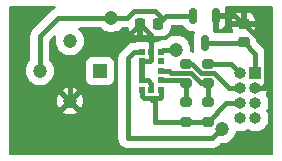
<source format=gbr>
%TF.GenerationSoftware,KiCad,Pcbnew,7.0.2*%
%TF.CreationDate,2023-05-15T11:36:50+02:00*%
%TF.ProjectId,PCB_Ewine,5043425f-4577-4696-9e65-2e6b69636164,rev?*%
%TF.SameCoordinates,Original*%
%TF.FileFunction,Copper,L1,Top*%
%TF.FilePolarity,Positive*%
%FSLAX46Y46*%
G04 Gerber Fmt 4.6, Leading zero omitted, Abs format (unit mm)*
G04 Created by KiCad (PCBNEW 7.0.2) date 2023-05-15 11:36:50*
%MOMM*%
%LPD*%
G01*
G04 APERTURE LIST*
G04 Aperture macros list*
%AMRoundRect*
0 Rectangle with rounded corners*
0 $1 Rounding radius*
0 $2 $3 $4 $5 $6 $7 $8 $9 X,Y pos of 4 corners*
0 Add a 4 corners polygon primitive as box body*
4,1,4,$2,$3,$4,$5,$6,$7,$8,$9,$2,$3,0*
0 Add four circle primitives for the rounded corners*
1,1,$1+$1,$2,$3*
1,1,$1+$1,$4,$5*
1,1,$1+$1,$6,$7*
1,1,$1+$1,$8,$9*
0 Add four rect primitives between the rounded corners*
20,1,$1+$1,$2,$3,$4,$5,0*
20,1,$1+$1,$4,$5,$6,$7,0*
20,1,$1+$1,$6,$7,$8,$9,0*
20,1,$1+$1,$8,$9,$2,$3,0*%
G04 Aperture macros list end*
%TA.AperFunction,SMDPad,CuDef*%
%ADD10RoundRect,0.200000X0.275000X-0.200000X0.275000X0.200000X-0.275000X0.200000X-0.275000X-0.200000X0*%
%TD*%
%TA.AperFunction,SMDPad,CuDef*%
%ADD11RoundRect,0.225000X0.250000X-0.225000X0.250000X0.225000X-0.250000X0.225000X-0.250000X-0.225000X0*%
%TD*%
%TA.AperFunction,SMDPad,CuDef*%
%ADD12RoundRect,0.200000X-0.275000X0.200000X-0.275000X-0.200000X0.275000X-0.200000X0.275000X0.200000X0*%
%TD*%
%TA.AperFunction,ComponentPad*%
%ADD13R,1.198000X1.198000*%
%TD*%
%TA.AperFunction,ComponentPad*%
%ADD14C,1.198000*%
%TD*%
%TA.AperFunction,SMDPad,CuDef*%
%ADD15RoundRect,0.150000X-0.150000X0.512500X-0.150000X-0.512500X0.150000X-0.512500X0.150000X0.512500X0*%
%TD*%
%TA.AperFunction,SMDPad,CuDef*%
%ADD16RoundRect,0.225000X0.225000X0.250000X-0.225000X0.250000X-0.225000X-0.250000X0.225000X-0.250000X0*%
%TD*%
%TA.AperFunction,ComponentPad*%
%ADD17R,1.000000X1.000000*%
%TD*%
%TA.AperFunction,ComponentPad*%
%ADD18O,1.000000X1.000000*%
%TD*%
%TA.AperFunction,SMDPad,CuDef*%
%ADD19R,0.508000X0.508000*%
%TD*%
%TA.AperFunction,ViaPad*%
%ADD20C,1.200000*%
%TD*%
%TA.AperFunction,Conductor*%
%ADD21C,0.400000*%
%TD*%
G04 APERTURE END LIST*
D10*
%TO.P,R8,1*%
%TO.N,/SDA_VL*%
X146660000Y-47460000D03*
%TO.P,R8,2*%
%TO.N,/SDA*%
X146660000Y-45810000D03*
%TD*%
D11*
%TO.P,C4,1*%
%TO.N,/5V*%
X149700000Y-43975000D03*
%TO.P,C4,2*%
%TO.N,/GND*%
X149700000Y-42425000D03*
%TD*%
D12*
%TO.P,R5,1*%
%TO.N,/SCL_VL*%
X144800000Y-49060000D03*
%TO.P,R5,2*%
%TO.N,/3.3V*%
X144800000Y-50710000D03*
%TD*%
D13*
%TO.P,M1,1,SCL/VZ*%
%TO.N,/SCL*%
X137540000Y-46400000D03*
D14*
%TO.P,M1,2,SDA/PWM*%
%TO.N,/SDA*%
X135000000Y-43860000D03*
%TO.P,M1,3,VDD*%
%TO.N,/3.6V*%
X132460000Y-46400000D03*
%TO.P,M1,4,VSS*%
%TO.N,/GND*%
X135000000Y-48940000D03*
%TD*%
D15*
%TO.P,U2,1,GND*%
%TO.N,/GND*%
X147350000Y-41725000D03*
%TO.P,U2,2,VO*%
%TO.N,/3.6V*%
X145450000Y-41725000D03*
%TO.P,U2,3,VI*%
%TO.N,/5V*%
X146400000Y-44000000D03*
%TD*%
D10*
%TO.P,R7,1*%
%TO.N,/SCL_VL*%
X144790000Y-47435000D03*
%TO.P,R7,2*%
%TO.N,/SCL*%
X144790000Y-45785000D03*
%TD*%
D12*
%TO.P,R6,1*%
%TO.N,/SDA_VL*%
X146660000Y-49060000D03*
%TO.P,R6,2*%
%TO.N,/3.3V*%
X146660000Y-50710000D03*
%TD*%
D16*
%TO.P,C1,1*%
%TO.N,/3.6V*%
X142475000Y-42400000D03*
%TO.P,C1,2*%
%TO.N,/GND*%
X140925000Y-42400000D03*
%TD*%
D17*
%TO.P,J1,1,Pin_1*%
%TO.N,/5V*%
X150700000Y-46600000D03*
D18*
%TO.P,J1,2,Pin_2*%
%TO.N,/SDA*%
X149430000Y-46600000D03*
%TO.P,J1,3,Pin_3*%
%TO.N,/GND*%
X150700000Y-47870000D03*
%TO.P,J1,4,Pin_4*%
%TO.N,/SCL*%
X149430000Y-47870000D03*
%TO.P,J1,5,Pin_5*%
%TO.N,unconnected-(J1-Pin_5-Pad5)*%
X150700000Y-49140000D03*
%TO.P,J1,6,Pin_6*%
%TO.N,/3.3V*%
X149430000Y-49140000D03*
%TO.P,J1,7,Pin_7*%
%TO.N,/GPIO_IRQ*%
X150700000Y-50410000D03*
%TO.P,J1,8,Pin_8*%
%TO.N,/XSHUT*%
X149430000Y-50410000D03*
%TD*%
D19*
%TO.P,U1,1,AVDDVCSEL*%
%TO.N,/3.3V*%
X141100027Y-47999999D03*
%TO.P,U1,2,AVSSVCSEL*%
%TO.N,/GND*%
X141100027Y-47200001D03*
%TO.P,U1,3,GND*%
X141100027Y-46400000D03*
%TO.P,U1,4,GND2*%
X141100027Y-45599999D03*
%TO.P,U1,5,XSHUT*%
%TO.N,/XSHUT*%
X141100027Y-44800001D03*
%TO.P,U1,6,GND3*%
%TO.N,/GND*%
X141900000Y-44800054D03*
%TO.P,U1,7,GPIO1*%
%TO.N,/GPIO_IRQ*%
X142699973Y-44800001D03*
%TO.P,U1,8,DNC*%
%TO.N,unconnected-(U1-DNC-Pad8)*%
X142699973Y-45599999D03*
%TO.P,U1,9,SDA*%
%TO.N,/SDA_VL*%
X142699973Y-46400000D03*
%TO.P,U1,10,SCL*%
%TO.N,/SCL_VL*%
X142699973Y-47200001D03*
%TO.P,U1,11,AVDD*%
%TO.N,/3.3V*%
X142699973Y-47999999D03*
%TO.P,U1,12,GND4*%
%TO.N,/GND*%
X141900000Y-47999946D03*
%TD*%
D20*
%TO.N,/3.6V*%
X138500000Y-41900000D03*
%TO.N,/XSHUT*%
X147855060Y-51300500D03*
%TO.N,/GPIO_IRQ*%
X144000000Y-44600000D03*
%TD*%
D21*
%TO.N,/SCL*%
X149430000Y-47870000D02*
X148443528Y-47870000D01*
X146136472Y-46610000D02*
X145311472Y-45785000D01*
X148443528Y-47870000D02*
X147183528Y-46610000D01*
X145311472Y-45785000D02*
X144790000Y-45785000D01*
X147183528Y-46610000D02*
X146136472Y-46610000D01*
%TO.N,/SDA*%
X146660000Y-45810000D02*
X148640000Y-45810000D01*
X148640000Y-45810000D02*
X149430000Y-46600000D01*
%TO.N,/3.6V*%
X142875000Y-42000000D02*
X142175000Y-41300000D01*
X142875000Y-42000000D02*
X142475000Y-42400000D01*
X142175000Y-41300000D02*
X140400000Y-41300000D01*
X145450000Y-41725000D02*
X143150000Y-41725000D01*
X134000000Y-41900000D02*
X132460000Y-43440000D01*
X140400000Y-41300000D02*
X139800000Y-41900000D01*
X143150000Y-41725000D02*
X142875000Y-42000000D01*
X138500000Y-41900000D02*
X134000000Y-41900000D01*
X132460000Y-43440000D02*
X132460000Y-46400000D01*
X139800000Y-41900000D02*
X138500000Y-41900000D01*
%TO.N,/GND*%
X141900000Y-45454054D02*
X141754055Y-45599999D01*
X141608029Y-47200001D02*
X141900000Y-47491972D01*
X141100027Y-47200001D02*
X141608029Y-47200001D01*
X141900000Y-44800054D02*
X141900000Y-45454054D01*
X151600000Y-44325000D02*
X149700000Y-42425000D01*
X141754055Y-45599999D02*
X141100027Y-45599999D01*
X151600000Y-47500000D02*
X151600000Y-44325000D01*
X150700000Y-47870000D02*
X151230000Y-47870000D01*
X141900000Y-43375000D02*
X141900000Y-44800054D01*
X140925000Y-42400000D02*
X141900000Y-43375000D01*
X136700000Y-44600000D02*
X135000000Y-46300000D01*
X135000000Y-46300000D02*
X135000000Y-48940000D01*
X141900000Y-47491972D02*
X141900000Y-47999946D01*
X149000000Y-41725000D02*
X149700000Y-42425000D01*
X151230000Y-47870000D02*
X151600000Y-47500000D01*
X138725000Y-44600000D02*
X136700000Y-44600000D01*
X147350000Y-41725000D02*
X149000000Y-41725000D01*
X140925000Y-42400000D02*
X138725000Y-44600000D01*
%TO.N,/3.3V*%
X146660000Y-50710000D02*
X148230000Y-49140000D01*
X142646054Y-48653946D02*
X142699973Y-48600027D01*
X142210000Y-49063946D02*
X141800000Y-48653946D01*
X144800000Y-50710000D02*
X142210000Y-50710000D01*
X141246000Y-48653946D02*
X141800000Y-48653946D01*
X141100027Y-47999999D02*
X141100027Y-48507973D01*
X148230000Y-49140000D02*
X149430000Y-49140000D01*
X141100027Y-48507973D02*
X141246000Y-48653946D01*
X142210000Y-50710000D02*
X142210000Y-49063946D01*
X144800000Y-50710000D02*
X146660000Y-50710000D01*
X141800000Y-48653946D02*
X142646054Y-48653946D01*
X142699973Y-48600027D02*
X142699973Y-47999999D01*
%TO.N,/XSHUT*%
X139900000Y-52100000D02*
X139900000Y-45346028D01*
X139900000Y-45346028D02*
X140446027Y-44800001D01*
X147855060Y-51300500D02*
X147055560Y-52100000D01*
X140446027Y-44800001D02*
X141100027Y-44800001D01*
X147055560Y-52100000D02*
X139900000Y-52100000D01*
%TO.N,/GPIO_IRQ*%
X144000000Y-44600000D02*
X142899974Y-44600000D01*
X142899974Y-44600000D02*
X142699973Y-44800001D01*
%TO.N,/SDA_VL*%
X146660000Y-49060000D02*
X146660000Y-47460000D01*
X146660000Y-47460000D02*
X146138528Y-47460000D01*
X143553974Y-46600001D02*
X143353973Y-46400000D01*
X143353973Y-46400000D02*
X142699973Y-46400000D01*
X146138528Y-47460000D02*
X145278529Y-46600001D01*
X145278529Y-46600001D02*
X143553974Y-46600001D01*
%TO.N,/SCL_VL*%
X144790000Y-47435000D02*
X144555001Y-47200001D01*
X144800000Y-47445000D02*
X144790000Y-47435000D01*
X144800000Y-49060000D02*
X144800000Y-47445000D01*
X144555001Y-47200001D02*
X142699973Y-47200001D01*
%TO.N,/5V*%
X146400000Y-44000000D02*
X149675000Y-44000000D01*
X149700000Y-43975000D02*
X150700000Y-44975000D01*
X150700000Y-44975000D02*
X150700000Y-46600000D01*
X149675000Y-44000000D02*
X149700000Y-43975000D01*
%TD*%
%TA.AperFunction,Conductor*%
%TO.N,/GND*%
G36*
X133746598Y-40920502D02*
G01*
X133793091Y-40974158D01*
X133803195Y-41044432D01*
X133773701Y-41109012D01*
X133733142Y-41140024D01*
X133699545Y-41156202D01*
X133686498Y-41161606D01*
X133650478Y-41174210D01*
X133618162Y-41194515D01*
X133605801Y-41201347D01*
X133571412Y-41217908D01*
X133541573Y-41241703D01*
X133530057Y-41249874D01*
X133497740Y-41270182D01*
X133497738Y-41270183D01*
X133497738Y-41270184D01*
X133465748Y-41302174D01*
X133170922Y-41597000D01*
X131940018Y-42827902D01*
X131940014Y-42827908D01*
X131830183Y-42937738D01*
X131809876Y-42970056D01*
X131801704Y-42981573D01*
X131777907Y-43011415D01*
X131761344Y-43045805D01*
X131754515Y-43058162D01*
X131734210Y-43090478D01*
X131721605Y-43126500D01*
X131716201Y-43139547D01*
X131699638Y-43173941D01*
X131691146Y-43211147D01*
X131687237Y-43224718D01*
X131674631Y-43260747D01*
X131670358Y-43298664D01*
X131667993Y-43312585D01*
X131659500Y-43349803D01*
X131659500Y-45450997D01*
X131639498Y-45519118D01*
X131618387Y-45544111D01*
X131569760Y-45588440D01*
X131435796Y-45765836D01*
X131336707Y-45964835D01*
X131275872Y-46178645D01*
X131255361Y-46400000D01*
X131275872Y-46621354D01*
X131336707Y-46835164D01*
X131435796Y-47034163D01*
X131500895Y-47120367D01*
X131569761Y-47211560D01*
X131734043Y-47361323D01*
X131923046Y-47478349D01*
X132130335Y-47558653D01*
X132348850Y-47599500D01*
X132348852Y-47599500D01*
X132571148Y-47599500D01*
X132571150Y-47599500D01*
X132789665Y-47558653D01*
X132996954Y-47478349D01*
X133185957Y-47361323D01*
X133350239Y-47211560D01*
X133484137Y-47034251D01*
X136340500Y-47034251D01*
X136340501Y-47038360D01*
X136341038Y-47042444D01*
X136341039Y-47042449D01*
X136355955Y-47155760D01*
X136416464Y-47301843D01*
X136512717Y-47427282D01*
X136638157Y-47523535D01*
X136638158Y-47523535D01*
X136638159Y-47523536D01*
X136784238Y-47584044D01*
X136901639Y-47599500D01*
X138178360Y-47599499D01*
X138295762Y-47584044D01*
X138441841Y-47523536D01*
X138441841Y-47523535D01*
X138441843Y-47523535D01*
X138567282Y-47427282D01*
X138663535Y-47301842D01*
X138663534Y-47301842D01*
X138663536Y-47301841D01*
X138724044Y-47155762D01*
X138739500Y-47038361D01*
X138739499Y-45761640D01*
X138724044Y-45644238D01*
X138667045Y-45506631D01*
X138663535Y-45498156D01*
X138567282Y-45372717D01*
X138441842Y-45276464D01*
X138295761Y-45215955D01*
X138182448Y-45201038D01*
X138182447Y-45201037D01*
X138178361Y-45200500D01*
X138174239Y-45200500D01*
X136905763Y-45200500D01*
X136905747Y-45200500D01*
X136901640Y-45200501D01*
X136897556Y-45201038D01*
X136897550Y-45201039D01*
X136784239Y-45215955D01*
X136638156Y-45276464D01*
X136512717Y-45372717D01*
X136416464Y-45498157D01*
X136355955Y-45644238D01*
X136341038Y-45757550D01*
X136340500Y-45761639D01*
X136340500Y-45765759D01*
X136340500Y-45765760D01*
X136340500Y-47034236D01*
X136340500Y-47034251D01*
X133484137Y-47034251D01*
X133484205Y-47034161D01*
X133583292Y-46835166D01*
X133644128Y-46621352D01*
X133664639Y-46400000D01*
X133644128Y-46178648D01*
X133583292Y-45964834D01*
X133484205Y-45765839D01*
X133484145Y-45765760D01*
X133350239Y-45588440D01*
X133301613Y-45544111D01*
X133264748Y-45483437D01*
X133260500Y-45450997D01*
X133260500Y-43823767D01*
X133280502Y-43755646D01*
X133297400Y-43734677D01*
X133640815Y-43391262D01*
X133703125Y-43357238D01*
X133773940Y-43362303D01*
X133830776Y-43404850D01*
X133855587Y-43471370D01*
X133851098Y-43514840D01*
X133816084Y-43637903D01*
X133815872Y-43638648D01*
X133798397Y-43827237D01*
X133795361Y-43860000D01*
X133815872Y-44081354D01*
X133876707Y-44295164D01*
X133975796Y-44494163D01*
X134015252Y-44546410D01*
X134109761Y-44671560D01*
X134274043Y-44821323D01*
X134400550Y-44899653D01*
X134429278Y-44917441D01*
X134463046Y-44938349D01*
X134670335Y-45018653D01*
X134888850Y-45059500D01*
X134888852Y-45059500D01*
X135111148Y-45059500D01*
X135111150Y-45059500D01*
X135329665Y-45018653D01*
X135536954Y-44938349D01*
X135725957Y-44821323D01*
X135890239Y-44671560D01*
X136024205Y-44494161D01*
X136123292Y-44295166D01*
X136184128Y-44081352D01*
X136204639Y-43860000D01*
X136184128Y-43638648D01*
X136123292Y-43424834D01*
X136024205Y-43225839D01*
X136023358Y-43224718D01*
X135890240Y-43048441D01*
X135890239Y-43048440D01*
X135748922Y-42919613D01*
X135712058Y-42858941D01*
X135713847Y-42787967D01*
X135753723Y-42729227D01*
X135819027Y-42701370D01*
X135833810Y-42700500D01*
X137547333Y-42700500D01*
X137615454Y-42720502D01*
X137632214Y-42733381D01*
X137773438Y-42862124D01*
X137773440Y-42862125D01*
X137773441Y-42862126D01*
X137962594Y-42979245D01*
X137962598Y-42979246D01*
X137962599Y-42979247D01*
X138170060Y-43059618D01*
X138388757Y-43100500D01*
X138388759Y-43100500D01*
X138611241Y-43100500D01*
X138611243Y-43100500D01*
X138829940Y-43059618D01*
X139037401Y-42979247D01*
X139037402Y-42979245D01*
X139037405Y-42979245D01*
X139133710Y-42919615D01*
X139226562Y-42862124D01*
X139367782Y-42733384D01*
X139431598Y-42702274D01*
X139452667Y-42700500D01*
X139853553Y-42700500D01*
X139921674Y-42720502D01*
X139968167Y-42774158D01*
X139973157Y-42786867D01*
X140031152Y-42961884D01*
X140121111Y-43107731D01*
X140242268Y-43228888D01*
X140388114Y-43318847D01*
X140550761Y-43372743D01*
X140647971Y-43382674D01*
X140654361Y-43383000D01*
X140671000Y-43383000D01*
X140671000Y-42272000D01*
X140691002Y-42203879D01*
X140744658Y-42157386D01*
X140797000Y-42146000D01*
X141053000Y-42146000D01*
X141121121Y-42166002D01*
X141167614Y-42219658D01*
X141179000Y-42272000D01*
X141179000Y-43383000D01*
X141195639Y-43383000D01*
X141202028Y-43382674D01*
X141299238Y-43372743D01*
X141461888Y-43318846D01*
X141557358Y-43259959D01*
X141625837Y-43241221D01*
X141693576Y-43262480D01*
X141702426Y-43268978D01*
X141802790Y-43349653D01*
X141963651Y-43429433D01*
X142137900Y-43472766D01*
X142178216Y-43475500D01*
X142180361Y-43475500D01*
X142769639Y-43475500D01*
X142771784Y-43475500D01*
X142812100Y-43472766D01*
X142986349Y-43429433D01*
X143147210Y-43349653D01*
X143287159Y-43237159D01*
X143399653Y-43097210D01*
X143479433Y-42936349D01*
X143522766Y-42762100D01*
X143525500Y-42721784D01*
X143525500Y-42651499D01*
X143545502Y-42583379D01*
X143599158Y-42536886D01*
X143651500Y-42525500D01*
X144525536Y-42525500D01*
X144593657Y-42545502D01*
X144632775Y-42585351D01*
X144707288Y-42706156D01*
X144831344Y-42830212D01*
X144976819Y-42919941D01*
X144980668Y-42922315D01*
X145147199Y-42977498D01*
X145147200Y-42977498D01*
X145147203Y-42977499D01*
X145249991Y-42988000D01*
X145450556Y-42987999D01*
X145518676Y-43008001D01*
X145565169Y-43061656D01*
X145575274Y-43131930D01*
X145567490Y-43153415D01*
X145569818Y-43154187D01*
X145510001Y-43334699D01*
X145500793Y-43424834D01*
X145499500Y-43437491D01*
X145499500Y-43440695D01*
X145499500Y-43440696D01*
X145499500Y-44559300D01*
X145499500Y-44559319D01*
X145499501Y-44562508D01*
X145499825Y-44565686D01*
X145499826Y-44565693D01*
X145510001Y-44665299D01*
X145514630Y-44679267D01*
X145517069Y-44750221D01*
X145480761Y-44811231D01*
X145417231Y-44842926D01*
X145353410Y-44837827D01*
X145317359Y-44825212D01*
X145281868Y-44812793D01*
X145224176Y-44771414D01*
X145198014Y-44705413D01*
X145198022Y-44682237D01*
X145198298Y-44679267D01*
X145205643Y-44600000D01*
X145185115Y-44378464D01*
X145124229Y-44164472D01*
X145025058Y-43965311D01*
X144890981Y-43787764D01*
X144726562Y-43637876D01*
X144726559Y-43637874D01*
X144726558Y-43637873D01*
X144537405Y-43520754D01*
X144329940Y-43440382D01*
X144314475Y-43437491D01*
X144111243Y-43399500D01*
X143888757Y-43399500D01*
X143753234Y-43424834D01*
X143670059Y-43440382D01*
X143462594Y-43520754D01*
X143273441Y-43637873D01*
X143272594Y-43638645D01*
X143132217Y-43766615D01*
X143068402Y-43797726D01*
X143047333Y-43799500D01*
X142809778Y-43799500D01*
X142772559Y-43807993D01*
X142758638Y-43810358D01*
X142720721Y-43814631D01*
X142684692Y-43827237D01*
X142671121Y-43831146D01*
X142633915Y-43839638D01*
X142599521Y-43856201D01*
X142586474Y-43861605D01*
X142550452Y-43874210D01*
X142518136Y-43894515D01*
X142505779Y-43901344D01*
X142471386Y-43917908D01*
X142470000Y-43919014D01*
X142464046Y-43921443D01*
X142458602Y-43924066D01*
X142458440Y-43923731D01*
X142404612Y-43945699D01*
X142406613Y-43945502D01*
X142404376Y-43945796D01*
X142404374Y-43945796D01*
X142403647Y-43945892D01*
X142403628Y-43945894D01*
X142289212Y-43960956D01*
X142143129Y-44021465D01*
X142017692Y-44117717D01*
X141999962Y-44140824D01*
X141942623Y-44182691D01*
X141871752Y-44186912D01*
X141809850Y-44152147D01*
X141800038Y-44140824D01*
X141782309Y-44117719D01*
X141782307Y-44117718D01*
X141782307Y-44117717D01*
X141656869Y-44021465D01*
X141510788Y-43960956D01*
X141397475Y-43946039D01*
X141397474Y-43946038D01*
X141393388Y-43945501D01*
X141389266Y-43945501D01*
X140810790Y-43945501D01*
X140810774Y-43945501D01*
X140806667Y-43945502D01*
X140802583Y-43946039D01*
X140802577Y-43946040D01*
X140689266Y-43960956D01*
X140619367Y-43989910D01*
X140571149Y-43999501D01*
X140355831Y-43999501D01*
X140318612Y-44007994D01*
X140304691Y-44010359D01*
X140266774Y-44014632D01*
X140230745Y-44027238D01*
X140217174Y-44031147D01*
X140179967Y-44039639D01*
X140145568Y-44056204D01*
X140132523Y-44061607D01*
X140096503Y-44074212D01*
X140064187Y-44094517D01*
X140051827Y-44101348D01*
X140017442Y-44117907D01*
X139987601Y-44141704D01*
X139976087Y-44149874D01*
X139943765Y-44170185D01*
X139852246Y-44261700D01*
X139852242Y-44261706D01*
X139380023Y-44733924D01*
X139380014Y-44733936D01*
X139270183Y-44843766D01*
X139249876Y-44876084D01*
X139241704Y-44887601D01*
X139217907Y-44917443D01*
X139201344Y-44951833D01*
X139194515Y-44964190D01*
X139174210Y-44996506D01*
X139161605Y-45032528D01*
X139156201Y-45045575D01*
X139139638Y-45079969D01*
X139131146Y-45117175D01*
X139127237Y-45130746D01*
X139114631Y-45166775D01*
X139110358Y-45204692D01*
X139107993Y-45218613D01*
X139099500Y-45255831D01*
X139099500Y-52047968D01*
X139098708Y-52062074D01*
X139094435Y-52099999D01*
X139099500Y-52144955D01*
X139114632Y-52279257D01*
X139174210Y-52449521D01*
X139270184Y-52602263D01*
X139397736Y-52729815D01*
X139443070Y-52758300D01*
X139550478Y-52825789D01*
X139720745Y-52885368D01*
X139900000Y-52905565D01*
X139937924Y-52901292D01*
X139952031Y-52900500D01*
X147145755Y-52900500D01*
X147160412Y-52897154D01*
X147182964Y-52892006D01*
X147196879Y-52889642D01*
X147234815Y-52885368D01*
X147270840Y-52872761D01*
X147284414Y-52868852D01*
X147321617Y-52860361D01*
X147321617Y-52860360D01*
X147321621Y-52860360D01*
X147356019Y-52843794D01*
X147369048Y-52838397D01*
X147405082Y-52825789D01*
X147437400Y-52805481D01*
X147449756Y-52798652D01*
X147484147Y-52782091D01*
X147513994Y-52758287D01*
X147525494Y-52750127D01*
X147557822Y-52729816D01*
X147685376Y-52602262D01*
X147749733Y-52537904D01*
X147812045Y-52503879D01*
X147838828Y-52501000D01*
X147966301Y-52501000D01*
X147966303Y-52501000D01*
X148185000Y-52460118D01*
X148392461Y-52379747D01*
X148392462Y-52379745D01*
X148392465Y-52379745D01*
X148487041Y-52321185D01*
X148581622Y-52262624D01*
X148746041Y-52112736D01*
X148880118Y-51935189D01*
X148979289Y-51736028D01*
X149026394Y-51570467D01*
X149064273Y-51510425D01*
X149128603Y-51480390D01*
X149170730Y-51481096D01*
X149328024Y-51510500D01*
X149328026Y-51510500D01*
X149531974Y-51510500D01*
X149531976Y-51510500D01*
X149732456Y-51473024D01*
X149922637Y-51399348D01*
X149998671Y-51352268D01*
X150067115Y-51333415D01*
X150131328Y-51352268D01*
X150207363Y-51399348D01*
X150397544Y-51473024D01*
X150598024Y-51510500D01*
X150598026Y-51510500D01*
X150801974Y-51510500D01*
X150801976Y-51510500D01*
X151002456Y-51473024D01*
X151192637Y-51399348D01*
X151366041Y-51291981D01*
X151516764Y-51154579D01*
X151639673Y-50991821D01*
X151730582Y-50809250D01*
X151786397Y-50613083D01*
X151805215Y-50410000D01*
X151786397Y-50206917D01*
X151730582Y-50010750D01*
X151641157Y-49831160D01*
X151628700Y-49761267D01*
X151641159Y-49718836D01*
X151730581Y-49539252D01*
X151734442Y-49525685D01*
X151786397Y-49343083D01*
X151805215Y-49140000D01*
X151786397Y-48936917D01*
X151730582Y-48740750D01*
X151639673Y-48558179D01*
X151591863Y-48494869D01*
X151566774Y-48428454D01*
X151581292Y-48359541D01*
X151635777Y-48257607D01*
X151676307Y-48124000D01*
X151147394Y-48124000D01*
X151101878Y-48115492D01*
X151002457Y-48076976D01*
X150987722Y-48074221D01*
X150997060Y-48064079D01*
X151043982Y-47957108D01*
X151053628Y-47840698D01*
X151024953Y-47727462D01*
X151007337Y-47700499D01*
X151235237Y-47700499D01*
X151239360Y-47700499D01*
X151356762Y-47685044D01*
X151500294Y-47625590D01*
X151548511Y-47616000D01*
X151676306Y-47616000D01*
X151662417Y-47570214D01*
X151661783Y-47499220D01*
X151683027Y-47456936D01*
X151724536Y-47402841D01*
X151785044Y-47256762D01*
X151800500Y-47139361D01*
X151800499Y-46060640D01*
X151785044Y-45943238D01*
X151743226Y-45842280D01*
X151724535Y-45797156D01*
X151628282Y-45671717D01*
X151549796Y-45611493D01*
X151507929Y-45554155D01*
X151500500Y-45511531D01*
X151500500Y-44884808D01*
X151500364Y-44884211D01*
X151492003Y-44847581D01*
X151489642Y-44833679D01*
X151485368Y-44795745D01*
X151472757Y-44759705D01*
X151468852Y-44746147D01*
X151466062Y-44733924D01*
X151460360Y-44708939D01*
X151443798Y-44674548D01*
X151438392Y-44661495D01*
X151425788Y-44625476D01*
X151405486Y-44593166D01*
X151398656Y-44580810D01*
X151382092Y-44546414D01*
X151382089Y-44546410D01*
X151358296Y-44516574D01*
X151350118Y-44505049D01*
X151329816Y-44472738D01*
X151219984Y-44362906D01*
X151219981Y-44362901D01*
X150812405Y-43955325D01*
X150778379Y-43893013D01*
X150775500Y-43866230D01*
X150775500Y-43680361D01*
X150775500Y-43678216D01*
X150772766Y-43637900D01*
X150729433Y-43463651D01*
X150649653Y-43302790D01*
X150568991Y-43202442D01*
X150541905Y-43136820D01*
X150554596Y-43066967D01*
X150559959Y-43057358D01*
X150618846Y-42961888D01*
X150672743Y-42799238D01*
X150682674Y-42702028D01*
X150683000Y-42695638D01*
X150683000Y-42679000D01*
X148717000Y-42679000D01*
X148717000Y-42695638D01*
X148717325Y-42702028D01*
X148727256Y-42799238D01*
X148781152Y-42961884D01*
X148809198Y-43007353D01*
X148827935Y-43075832D01*
X148806676Y-43143571D01*
X148752169Y-43189063D01*
X148701957Y-43199500D01*
X147324464Y-43199500D01*
X147256343Y-43179498D01*
X147217223Y-43139647D01*
X147142712Y-43018844D01*
X147132902Y-43009034D01*
X147098879Y-42946721D01*
X147096000Y-42919941D01*
X147096000Y-41979000D01*
X147604000Y-41979000D01*
X147604000Y-42892491D01*
X147763398Y-42846182D01*
X147906501Y-42761552D01*
X148024052Y-42644001D01*
X148108681Y-42500899D01*
X148155064Y-42341252D01*
X148157806Y-42306415D01*
X148158000Y-42301486D01*
X148158000Y-42171000D01*
X148717000Y-42171000D01*
X149446000Y-42171000D01*
X149446000Y-41467000D01*
X149954000Y-41467000D01*
X149954000Y-42171000D01*
X150683000Y-42171000D01*
X150683000Y-42154361D01*
X150682674Y-42147971D01*
X150672743Y-42050761D01*
X150618847Y-41888114D01*
X150528888Y-41742268D01*
X150407731Y-41621111D01*
X150261885Y-41531152D01*
X150099238Y-41477256D01*
X150002028Y-41467325D01*
X149995639Y-41467000D01*
X149954000Y-41467000D01*
X149446000Y-41467000D01*
X149404361Y-41467000D01*
X149397971Y-41467325D01*
X149300761Y-41477256D01*
X149138114Y-41531152D01*
X148992268Y-41621111D01*
X148871111Y-41742268D01*
X148781152Y-41888114D01*
X148727256Y-42050761D01*
X148717325Y-42147971D01*
X148717000Y-42154361D01*
X148717000Y-42171000D01*
X148158000Y-42171000D01*
X148158000Y-41979000D01*
X147604000Y-41979000D01*
X147096000Y-41979000D01*
X147096000Y-41597000D01*
X147116002Y-41528879D01*
X147169658Y-41482386D01*
X147222000Y-41471000D01*
X148157999Y-41471000D01*
X148157999Y-41148516D01*
X148157805Y-41143582D01*
X148155064Y-41108749D01*
X148141382Y-41061654D01*
X148141585Y-40990657D01*
X148180138Y-40931041D01*
X148244803Y-40901732D01*
X148262379Y-40900500D01*
X152073500Y-40900500D01*
X152141621Y-40920502D01*
X152188114Y-40974158D01*
X152199500Y-41026500D01*
X152199500Y-53373500D01*
X152179498Y-53441621D01*
X152125842Y-53488114D01*
X152073500Y-53499500D01*
X129976500Y-53499500D01*
X129908379Y-53479498D01*
X129861886Y-53425842D01*
X129850500Y-53373500D01*
X129850500Y-49881487D01*
X134417721Y-49881487D01*
X134504452Y-49935190D01*
X134695756Y-50009301D01*
X134897423Y-50047000D01*
X135102577Y-50047000D01*
X135304243Y-50009301D01*
X135495548Y-49935189D01*
X135582276Y-49881488D01*
X135000000Y-49299210D01*
X134999999Y-49299210D01*
X134417721Y-49881487D01*
X129850500Y-49881487D01*
X129850500Y-48939999D01*
X133888257Y-48939999D01*
X133907187Y-49144279D01*
X133963330Y-49341605D01*
X134054779Y-49525260D01*
X134055101Y-49525685D01*
X134055102Y-49525686D01*
X134579955Y-49000833D01*
X134655000Y-49000833D01*
X134696612Y-49115161D01*
X134774817Y-49208362D01*
X134880183Y-49269195D01*
X134969817Y-49285000D01*
X135030183Y-49285000D01*
X135119817Y-49269195D01*
X135225183Y-49208362D01*
X135303388Y-49115161D01*
X135345000Y-49000833D01*
X135345000Y-48939999D01*
X135359210Y-48939999D01*
X135944896Y-49525685D01*
X135945224Y-49525253D01*
X136036668Y-49341609D01*
X136092812Y-49144279D01*
X136111742Y-48939999D01*
X136092812Y-48735720D01*
X136036669Y-48538392D01*
X135945221Y-48354743D01*
X135944895Y-48354312D01*
X135359210Y-48939999D01*
X135345000Y-48939999D01*
X135345000Y-48879167D01*
X135303388Y-48764839D01*
X135225183Y-48671638D01*
X135119817Y-48610805D01*
X135030183Y-48595000D01*
X134969817Y-48595000D01*
X134880183Y-48610805D01*
X134774817Y-48671638D01*
X134696612Y-48764839D01*
X134655000Y-48879167D01*
X134655000Y-49000833D01*
X134579955Y-49000833D01*
X134640789Y-48939999D01*
X134640789Y-48939998D01*
X134055102Y-48354312D01*
X134054777Y-48354744D01*
X133963330Y-48538392D01*
X133907187Y-48735720D01*
X133888257Y-48939999D01*
X129850500Y-48939999D01*
X129850500Y-47998511D01*
X134417721Y-47998511D01*
X134999999Y-48580789D01*
X135000000Y-48580789D01*
X135582277Y-47998511D01*
X135495547Y-47944809D01*
X135304243Y-47870698D01*
X135102577Y-47833000D01*
X134897423Y-47833000D01*
X134695756Y-47870698D01*
X134504449Y-47944810D01*
X134417721Y-47998510D01*
X134417721Y-47998511D01*
X129850500Y-47998511D01*
X129850500Y-41026500D01*
X129870502Y-40958379D01*
X129924158Y-40911886D01*
X129976500Y-40900500D01*
X133678477Y-40900500D01*
X133746598Y-40920502D01*
G37*
%TD.AperFunction*%
%TA.AperFunction,Conductor*%
G36*
X141317456Y-45674502D02*
G01*
X141363949Y-45728158D01*
X141374053Y-45798432D01*
X141354027Y-45842280D01*
X141354027Y-46958968D01*
X141372455Y-46992716D01*
X141367390Y-47063531D01*
X141324843Y-47120367D01*
X141258323Y-47145178D01*
X141249334Y-47145499D01*
X140972027Y-47145499D01*
X140903906Y-47125497D01*
X140857413Y-47071841D01*
X140846027Y-47019499D01*
X140846027Y-45780500D01*
X140866029Y-45712379D01*
X140919685Y-45665886D01*
X140972023Y-45654500D01*
X141249335Y-45654500D01*
X141317456Y-45674502D01*
G37*
%TD.AperFunction*%
%TD*%
M02*

</source>
